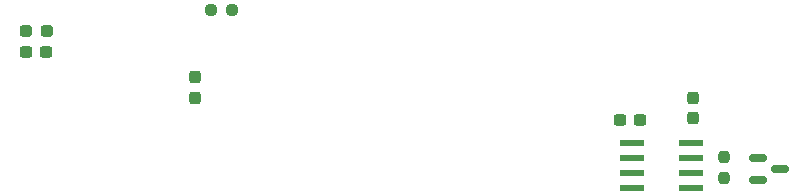
<source format=gbr>
%TF.GenerationSoftware,KiCad,Pcbnew,(6.0.1-0)*%
%TF.CreationDate,2023-02-28T13:35:45-05:00*%
%TF.ProjectId,Front Board,46726f6e-7420-4426-9f61-72642e6b6963,rev?*%
%TF.SameCoordinates,Original*%
%TF.FileFunction,Paste,Bot*%
%TF.FilePolarity,Positive*%
%FSLAX46Y46*%
G04 Gerber Fmt 4.6, Leading zero omitted, Abs format (unit mm)*
G04 Created by KiCad (PCBNEW (6.0.1-0)) date 2023-02-28 13:35:45*
%MOMM*%
%LPD*%
G01*
G04 APERTURE LIST*
G04 Aperture macros list*
%AMRoundRect*
0 Rectangle with rounded corners*
0 $1 Rounding radius*
0 $2 $3 $4 $5 $6 $7 $8 $9 X,Y pos of 4 corners*
0 Add a 4 corners polygon primitive as box body*
4,1,4,$2,$3,$4,$5,$6,$7,$8,$9,$2,$3,0*
0 Add four circle primitives for the rounded corners*
1,1,$1+$1,$2,$3*
1,1,$1+$1,$4,$5*
1,1,$1+$1,$6,$7*
1,1,$1+$1,$8,$9*
0 Add four rect primitives between the rounded corners*
20,1,$1+$1,$2,$3,$4,$5,0*
20,1,$1+$1,$4,$5,$6,$7,0*
20,1,$1+$1,$6,$7,$8,$9,0*
20,1,$1+$1,$8,$9,$2,$3,0*%
G04 Aperture macros list end*
%ADD10RoundRect,0.237500X0.237500X-0.250000X0.237500X0.250000X-0.237500X0.250000X-0.237500X-0.250000X0*%
%ADD11RoundRect,0.237500X-0.287500X-0.237500X0.287500X-0.237500X0.287500X0.237500X-0.287500X0.237500X0*%
%ADD12RoundRect,0.237500X0.237500X-0.300000X0.237500X0.300000X-0.237500X0.300000X-0.237500X-0.300000X0*%
%ADD13RoundRect,0.237500X-0.300000X-0.237500X0.300000X-0.237500X0.300000X0.237500X-0.300000X0.237500X0*%
%ADD14RoundRect,0.041300X-0.943700X-0.253700X0.943700X-0.253700X0.943700X0.253700X-0.943700X0.253700X0*%
%ADD15RoundRect,0.237500X0.300000X0.237500X-0.300000X0.237500X-0.300000X-0.237500X0.300000X-0.237500X0*%
%ADD16RoundRect,0.150000X-0.587500X-0.150000X0.587500X-0.150000X0.587500X0.150000X-0.587500X0.150000X0*%
%ADD17RoundRect,0.237500X0.250000X0.237500X-0.250000X0.237500X-0.250000X-0.237500X0.250000X-0.237500X0*%
G04 APERTURE END LIST*
D10*
%TO.C,R1*%
X175500000Y-79342500D03*
X175500000Y-77517500D03*
%TD*%
D11*
%TO.C,D7*%
X116425000Y-66825000D03*
X118175000Y-66825000D03*
%TD*%
D12*
%TO.C,C2*%
X130750000Y-72500000D03*
X130750000Y-70775000D03*
%TD*%
D13*
%TO.C,C1*%
X116375000Y-68625000D03*
X118100000Y-68625000D03*
%TD*%
D14*
%TO.C,U1*%
X167725000Y-80135000D03*
X167725000Y-78865000D03*
X167725000Y-77595000D03*
X167725000Y-76325000D03*
X172675000Y-76325000D03*
X172675000Y-77595000D03*
X172675000Y-78865000D03*
X172675000Y-80135000D03*
%TD*%
D15*
%TO.C,C4*%
X168400000Y-74430000D03*
X166675000Y-74430000D03*
%TD*%
D16*
%TO.C,D1*%
X178362500Y-79480000D03*
X178362500Y-77580000D03*
X180237500Y-78530000D03*
%TD*%
D17*
%TO.C,R2*%
X133887500Y-65050000D03*
X132062500Y-65050000D03*
%TD*%
D12*
%TO.C,C3*%
X172900000Y-74230000D03*
X172900000Y-72505000D03*
%TD*%
M02*

</source>
